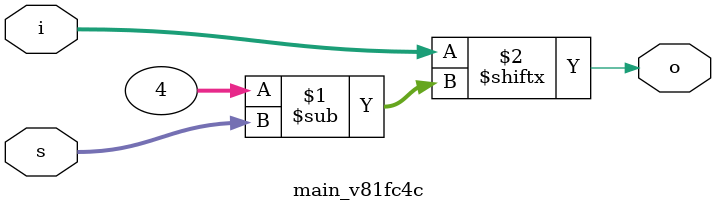
<source format=v>

`default_nettype none

module main #(
 parameter v08ba35 = 4,
 parameter vb67099 = 200,
 parameter v2d1d2e = "v2d1d2e.list",
 parameter v3559f5 = 1,
 parameter v658a79 = "v658a79.list"
) (
 input vclk,
 output v0bcba5,
 output vcf2c9d,
 output v17fe01,
 output va78cde,
 output v705474,
 output vf596d1,
 output v319209,
 output vcfdded,
 output [0:7] vinit
);
 localparam p2 = v08ba35;
 localparam p8 = v2d1d2e;
 localparam p9 = v3559f5;
 localparam p11 = vb67099;
 localparam p22 = v658a79;
 wire [0:4] w0;
 wire [0:2] w1;
 wire w3;
 wire w4;
 wire w5;
 wire w6;
 wire w7;
 wire w10;
 wire w12;
 wire [0:2] w13;
 wire w14;
 wire w15;
 wire w16;
 wire w17;
 wire [0:4] w18;
 wire w19;
 wire [0:2] w20;
 wire w21;
 wire w23;
 wire w24;
 assign v17fe01 = w3;
 assign vcf2c9d = w4;
 assign v0bcba5 = w5;
 assign v705474 = w6;
 assign va78cde = w7;
 assign vcfdded = w12;
 assign vf596d1 = w14;
 assign v319209 = w17;
 assign w23 = vclk;
 assign w24 = vclk;
 assign w15 = w10;
 assign w20 = w1;
 assign w21 = w12;
 assign w24 = w23;
 vc0bd39 v9f2f2d (
  .va69925(w0),
  .v593f43(w3),
  .v2812a7(w4),
  .vc90115(w5),
  .v5b73e8(w6),
  .vc7a3dc(w7)
 );
 v1bf405 #(
  .vb36a78(p8)
 ) v1a310b (
  .vfde47f(w0),
  .v851180(w1)
 );
 v764691 #(
  .v5e4a03(p2)
 ) va0dcab (
  .vf4a676(w1),
  .v7c533e(w19),
  .vdd729a(w21)
 );
 v3b630a #(
  .v187a47(p9)
 ) v1006cc (
  .v6e1dd1(w10),
  .veabfb2(w14),
  .v5688a8(w23)
 );
 v3046c7 #(
  .vfb06ae(p11)
 ) vb83161 (
  .v2a8434(w10),
  .vac0eb2(w24)
 );
 v3397ca v5700be (
  .v712cd1(w12),
  .vf4a676(w13),
  .vdd729a(w15),
  .v7c533e(w16)
 );
 v1bf405 #(
  .vb36a78(p22)
 ) v7ae571 (
  .v851180(w13),
  .vfde47f(w18)
 );
 v725b7e v555ee0 (
  .v9fb85f(w16)
 );
 main_v81fc4c v81fc4c (
  .o(w17),
  .i(w18),
  .s(w20)
 );
 v725b7e vff130d (
  .v9fb85f(w19)
 );
 assign vinit = 8'b00000000;
endmodule

module vc0bd39 (
 input [4:0] va69925,
 output vc7a3dc,
 output v5b73e8,
 output vc90115,
 output v2812a7,
 output v593f43
);
 wire w0;
 wire w1;
 wire w2;
 wire w3;
 wire w4;
 wire [0:4] w5;
 assign v2812a7 = w0;
 assign v593f43 = w1;
 assign vc90115 = w2;
 assign v5b73e8 = w3;
 assign vc7a3dc = w4;
 assign w5 = va69925;
 vc0bd39_v9a2a06 v9a2a06 (
  .o1(w0),
  .o0(w1),
  .o2(w2),
  .o3(w3),
  .o4(w4),
  .i(w5)
 );
endmodule

module vc0bd39_v9a2a06 (
 input [4:0] i,
 output o4,
 output o3,
 output o2,
 output o1,
 output o0
);
 assign o4 = i[4];
 assign o3 = i[3];
 assign o2 = i[2];
 assign o1 = i[1];
 assign o0 = i[0];
endmodule

module v1bf405 #(
 parameter vb36a78 = "vb36a78.list"
) (
 input [2:0] v851180,
 output [4:0] vfde47f
);
 localparam p0 = vb36a78;
 wire [0:2] w1;
 wire [0:4] w2;
 assign w1 = v851180;
 assign vfde47f = w2;
 v1bf405_v361fe9 #(
  .DATA(p0)
 ) v361fe9 (
  .i(w1),
  .q(w2)
 );
endmodule

module v1bf405_v361fe9 #(
 parameter DATA = 0
) (
 input [2:0] i,
 output [4:0] q
);
 
 //-- Bits del bus de entrada
 localparam N = 3;
 
 //-- Bits del bus de salida
 localparam M = 5;
 
 //-- Calcular tamaño de la tabla
 //-- (filas) segun los bits de entrada
 localparam TAM = 2 ** N;
 
 //-- Definición de la tabla
 //-- Tabla de TAM elementos de M bits
 reg [M-1:0] tabla[0:TAM-1];
 
 //-- Read the table
 assign q = tabla[i];
 
 //-- Init table from DATA parameters
 initial begin
   if (DATA) $readmemb(DATA, tabla);
 end
endmodule

module v764691 #(
 parameter v5e4a03 = 8
) (
 input vdd729a,
 input v7c533e,
 output [2:0] vf4a676,
 output v712cd1
);
 localparam p0 = v5e4a03;
 wire w1;
 wire w2;
 wire w3;
 wire [0:2] w4;
 assign w1 = v7c533e;
 assign w2 = vdd729a;
 assign v712cd1 = w3;
 assign vf4a676 = w4;
 v764691_vbd6086 #(
  .M(p0)
 ) vbd6086 (
  .cnt(w1),
  .clk(w2),
  .ov(w3),
  .q(w4)
 );
endmodule

module v764691_vbd6086 #(
 parameter M = 0
) (
 input clk,
 input cnt,
 output [2:0] q,
 output ov
);
 //-- Numero de bits del contador
 localparam N = 3; 
 
 //-- En contadores de N bits:
 //-- M = 2 ** N
 
 //-- Internamente usamos un bit mas
 //-- (N+1) bits
 reg [N:0] qi = 0;
 
 always @(posedge clk)
   if (ov)
     qi <= 2'b00;
   else
     if (cnt)
       qi <= qi + 1;
       
 assign q = qi;
 
 //-- Comprobar overflow
 assign ov = (qi == M);
     
endmodule

module v3b630a #(
 parameter v187a47 = 100
) (
 input v5688a8,
 input v6e1dd1,
 output veabfb2,
 output va9e2af
);
 localparam p4 = v187a47;
 wire w0;
 wire w1;
 wire w2;
 wire w3;
 assign w0 = v6e1dd1;
 assign veabfb2 = w1;
 assign va9e2af = w2;
 assign w3 = v5688a8;
 v3b630a_v3140f5 #(
  .US(p4)
 ) v3140f5 (
  .start(w0),
  .p(w1),
  .tic(w2),
  .clk(w3)
 );
endmodule

module v3b630a_v3140f5 #(
 parameter US = 0
) (
 input clk,
 input start,
 output p,
 output tic
);
 //localparam US;
 
 //-- Constante para dividir y obtener una señal de 
 //-- periodo 1 micro-segundo
 localparam M = 12;
 
 //-- Calcular el numero de bits para almacenar M
 localparam N = $clog2(M);
 
 //-- Cable de reset para el corazon
 wire rst_heart;
 
 //-- Overflow del temporizador del corazon
 wire ov_heart;
 
 //-- Habilitacion del corazon
 wire ena;
 
 //-- Tics del corazon
 wire tic_heart;
 
 //-- Contador del corazon
 reg [N-1:0] heart=0;
 
 always @(posedge clk)
   if (rst_heart)
     heart <= 0;
   else
     heart <= heart + 1;
 
 //-- Overflow del contador
 assign ov_heart = (heart == M-1);
 
 //-- La salida del corazon es la señal de overflow
 assign tic_heart = ov_heart;
 
 //-- Reset del corazon
 assign rst_heart =~ena | ov_heart;
 
 
 
 //--------------------------------------------
 //-- Contador de tics
 //--------------------------------------------
 
 //-- Calcular el numero de bits para almacenar US tics
 localparam CB = $clog2(US);
 
 reg [CB:0] counter = 0;
 
 //-- Overflow del contador
 wire ov;
 
 //-- Señal de reset del contador
 wire rst;
 
 always @(posedge clk)
 if (rst)
   counter <= 0;
 else
   if (tic_heart)
     counter <= counter + 1;
 
 //-- Evento: cuenta máxima de tics alcanzada
 assign ov = (counter == US);
 
 //---------------------------------------
 //-- Biestable de estado del timer
 //-- 0: Apagado  
 //-- 1: Funcionando
 reg q = 0;
 
 always @(posedge clk)
   if (start)
     q <= 1'b1;
   else if (rst)
     q<=1'b0;
     
 //-- Lógica de reset
 //En función de la entrada, el estado y  
 // el overflow se inicializa el contador y 
 // se habilita el corazón de tics
 assign rst = ~q | ov | start;
 assign ena = ~rst;
 
 //-- Salida de pulso
 assign p = q;
 
 //-- Salida de tic
 //-- Saca un tic cuando ha finalizado la cuenta
 assign tic = ov;
 
endmodule

module v3046c7 #(
 parameter vfb06ae = 10
) (
 input vac0eb2,
 output v2a8434
);
 localparam p2 = vfb06ae;
 wire w0;
 wire w1;
 assign v2a8434 = w0;
 assign w1 = vac0eb2;
 v3046c7_v6cac2f #(
  .TICS(p2)
 ) v6cac2f (
  .o(w0),
  .clk(w1)
 );
endmodule

module v3046c7_v6cac2f #(
 parameter TICS = 0
) (
 input clk,
 output o
);
 
 
 //-- Los TICs son directamente el módulo del contador
 localparam M = TICS;
 
 //-- Calcular el numero de bits para almacenar M
 localparam N = $clog2(M);
 
 //-- Cable de reset para el contador
 wire reset;
 
 //-- Registro del divisor
 reg [N-1:0] divcounter;
 
 
 //-- Contador con reset
 always @(posedge clk)
   if (reset)
     divcounter <= 0;
   else
     divcounter <= divcounter + 1;
 
 //-- Comparador que resetea el contador cuando se alcanza el tope
 assign reset = (divcounter == M-1);
 
 //-- La salida es la señal de overflow
 assign o = reset;
 
 
 
 
endmodule

module v3397ca #(
 parameter v5e4a03 = 8
) (
 input vdd729a,
 input v7c533e,
 output [2:0] vf4a676,
 output v712cd1
);
 localparam p0 = v5e4a03;
 wire w1;
 wire w2;
 wire w3;
 wire [0:2] w4;
 assign w1 = v7c533e;
 assign w2 = vdd729a;
 assign v712cd1 = w3;
 assign vf4a676 = w4;
 v3397ca_vbd6086 #(
  .M(p0)
 ) vbd6086 (
  .cnt(w1),
  .clk(w2),
  .ov(w3),
  .q(w4)
 );
endmodule

module v3397ca_vbd6086 #(
 parameter M = 0
) (
 input clk,
 input cnt,
 output [2:0] q,
 output ov
);
 //-- Numero de bits del contador
 localparam N = 3; 
 
 //-- En contadores de N bits:
 //-- M = 2 ** N
 
 //-- Internamente usamos un bit mas
 //-- (N+1) bits
 reg [N:0] qi = 0;
 
 always @(posedge clk)
   if (ov)
     qi <= 2'b00;
   else
     if (cnt)
       qi <= qi + 1;
       
 assign q = 7-qi;
 
 //-- Comprobar overflow
 assign ov = (qi == M);
     
endmodule

module v725b7e (
 output v9fb85f
);
 wire w0;
 assign v9fb85f = w0;
 v725b7e_vb2eccd vb2eccd (
  .q(w0)
 );
endmodule

module v725b7e_vb2eccd (
 output q
);
 //-- Bit constante a 1
 assign q = 1'b1;
 
 
endmodule

module main_v81fc4c (
 input [4:0] i,
 input [2:0] s,
 output o
);
 // Selecciona que digito de la fila
 // manda al Data del 74HC595
 assign o = i[4-s];
endmodule

</source>
